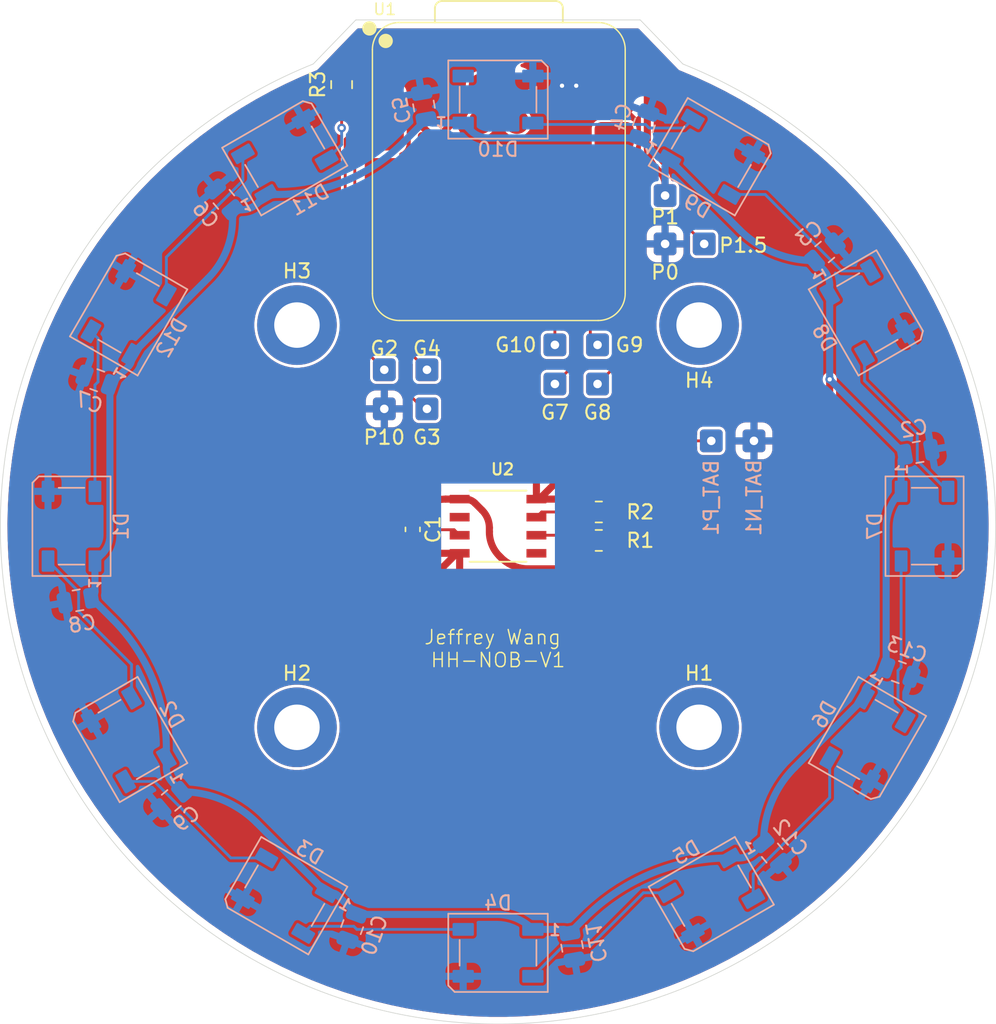
<source format=kicad_pcb>
(kicad_pcb (version 20240108) (generator "pcbnew") (generator_version "8.0")
  (layers (0 "F.Cu" signal) (31 "B.Cu" signal) (34 "B.Paste" user) (35 "F.Paste" user) (36 "B.SilkS" user "B.Silkscreen") (37 "F.SilkS" user "F.Silkscreen") (38 "B.Mask" user) (39 "F.Mask" user) (44 "Edge.Cuts" user))
  (net 0 "")
  (net 1 "Net-(D1-DOUT)")
  (net 2 "LED")
  (net 3 "Net-(D2-DOUT)")
  (net 4 "Net-(D3-DOUT)")
  (net 5 "Net-(D4-DOUT)")
  (net 6 "Net-(D5-DOUT)")
  (net 7 "Net-(D6-DOUT)")
  (net 8 "Net-(D7-DOUT)")
  (net 9 "Net-(D8-DOUT)")
  (net 10 "Net-(D10-DIN)")
  (net 11 "Net-(D11-DOUT)")
  (net 12 "AS5600_SCL")
  (net 13 "AS5600_SDA")
  (net 15 "AS5600_ANALOG")
  (net 17 "+3.3V")
  (net 23 "Net-(D1-DIN)")
  (net 25 "Net-(BAT_P1-Pin_1)")
  (net 26 "Net-(G2-Pin_1)")
  (net 27 "Net-(G3-Pin_1)")
  (net 28 "Net-(G4-Pin_1)")
  (net 29 "Net-(G7-Pin_1)")
  (net 30 "Net-(G8-Pin_1)")
  (net 31 "Net-(G9-Pin_1)")
  (net 32 "Net-(G10-Pin_1)")
  (net 33 "Net-(U1-GPIO2_A0_D0)")
  (net 34 "LED_G")
  (net 35 "LED_P")
  (footprint "Connector_Wire:SolderWire-0.1sqmm_1x01_D0.4mm_OD1mm" (layer "F.Cu") (at 137 60 180)
    (property "Reference" "G8" (at 0 -2 180) (layer "F.SilkS"))
    (property "Value" "Conn_01x01_Pin")
    (pad "1" thru_hole roundrect (at 0 0 180) (size 1.6 1.6) (drill 0.6) (layers "*.Cu" "*.Mask") (roundrect_rratio 0.15625) (net 30 "Net-(G8-Pin_1)"))
  )
  (footprint "Connector_Wire:SolderWire-0.1sqmm_1x01_D0.4mm_OD1mm" (layer "F.Cu") (at 137 57.25)
    (property "Reference" "G9" (at 2.25 0 180) (layer "F.SilkS"))
    (property "Value" "Conn_01x01_Pin")
    (pad "1" thru_hole roundrect (at 0 0) (size 1.6 1.6) (drill 0.6) (layers "*.Cu" "*.Mask") (roundrect_rratio 0.15625) (net 31 "Net-(G9-Pin_1)"))
  )
  (footprint "Connector_Wire:SolderWire-0.1sqmm_1x01_D0.4mm_OD1mm" (layer "F.Cu") (at 141.75 50.15 180)
    (property "Reference" "P0" (at 0 -2 0) (layer "F.SilkS"))
    (property "Value" "Conn_01x01_Pin")
    (pad "1" thru_hole roundrect (at 0 0 180) (size 1.6 1.6) (drill 0.6) (layers "*.Cu" "*.Mask") (roundrect_rratio 0.15625) (net 34 "LED_G"))
  )
  (footprint "MountingHole:MountingHole_3.2mm_M3_DIN965_Pad_TopBottom" (layer "F.Cu") (at 115.857864 55.857864)
    (property "Reference" "H3" (at 0 -3.8 0) (layer "F.SilkS"))
    (property "Value" "MountingHole")
    (pad "1" thru_hole circle (at 0 0) (size 3.6 3.6) (drill 3.2) (layers "*.Cu" "*.Mask"))
    (pad "1" connect circle (at 0 0) (size 5.6 5.6) (layers "F.Cu" "F.Mask"))
    (pad "1" connect circle (at 0 0) (size 5.6 5.6) (layers "B.Cu" "B.Mask"))
  )
  (footprint "Resistor_SMD:R_0805_2012Metric" (layer "F.Cu") (at 137.0875 69 180)
    (property "Reference" "R1" (at -2.9125 -2 0) (layer "F.SilkS"))
    (property "Value" "3.9k")
    (pad "1" smd roundrect (at -0.9125 0 180) (size 1.025 1.4) (layers "F.Cu" "F.Paste" "F.Mask") (roundrect_rratio 0.243902) (net 35 "LED_P"))
    (pad "2" smd roundrect (at 0.9125 0 180) (size 1.025 1.4) (layers "F.Cu" "F.Paste" "F.Mask") (roundrect_rratio 0.243902) (net 12 "AS5600_SCL"))
  )
  (footprint "Capacitor_SMD:C_0805_2012Metric" (layer "F.Cu") (at 119 38.95 90)
    (property "Reference" "R3" (at 0 -1.68 90) (layer "F.SilkS"))
    (property "Value" "500")
    (pad "1" smd roundrect (at -0.95 0 90) (size 1 1.45) (layers "F.Cu" "F.Paste" "F.Mask") (net 2 "LED"))
    (pad "2" smd roundrect (at 0.95 0 90) (size 1 1.45) (layers "F.Cu" "F.Paste" "F.Mask") (net 33 "Net-(U1-GPIO2_A0_D0)"))
  )
  (footprint "XIAO:XIAO-ESP32C3-SMD" (layer "F.Cu") (at 130 45.08)
    (property "Reference" "U1" (at -8.835 -10.96 0) (layer "F.SilkS") (effects (font (size 0.8 0.8) (thickness 0.10668)) (justify left bottom)))
    (property "Value" "XIAO-ESP32-C3-SMD")
    (pad "1" smd roundrect (at -8 -7.58) (size 2.75 2) (layers "F.Cu" "F.Paste" "F.Mask") (net 33 "Net-(U1-GPIO2_A0_D0)"))
    (pad "2" smd roundrect (at -8 -5.04) (size 2.75 2) (layers "F.Cu" "F.Paste" "F.Mask") (net 15 "AS5600_ANALOG"))
    (pad "3" smd roundrect (at -8 -2.5) (size 2.75 2) (layers "F.Cu" "F.Paste" "F.Mask") (net 26 "Net-(G2-Pin_1)"))
    (pad "4" smd roundrect (at -8 0.04) (size 2.75 2) (layers "F.Cu" "F.Paste" "F.Mask") (net 27 "Net-(G3-Pin_1)"))
    (pad "5" smd roundrect (at -8 2.58) (size 2.75 2) (layers "F.Cu" "F.Paste" "F.Mask") (net 13 "AS5600_SDA"))
    (pad "6" smd roundrect (at -8 5.12) (size 2.75 2) (layers "F.Cu" "F.Paste" "F.Mask") (net 12 "AS5600_SCL"))
    (pad "7" smd roundrect (at -8 7.66) (size 2.75 2) (layers "F.Cu" "F.Paste" "F.Mask") (net 28 "Net-(G4-Pin_1)"))
    (pad "8" smd roundrect (at 8.165 7.66) (size 2.75 2) (layers "F.Cu" "F.Paste" "F.Mask") (net 29 "Net-(G7-Pin_1)"))
    (pad "9" smd roundrect (at 8.165 5.12) (size 2.75 2) (layers "F.Cu" "F.Paste" "F.Mask") (net 30 "Net-(G8-Pin_1)"))
    (pad "10" smd roundrect (at 8.165 2.58) (size 2.75 2) (layers "F.Cu" "F.Paste" "F.Mask") (net 31 "Net-(G9-Pin_1)"))
    (pad "11" smd roundrect (at 8.165 0.04) (size 2.75 2) (layers "F.Cu" "F.Paste" "F.Mask") (net 32 "Net-(G10-Pin_1)"))
    (pad "12" smd roundrect (at 8.165 -2.5) (size 2.75 2) (layers "F.Cu" "F.Paste" "F.Mask") (net 17 "+3.3V"))
    (pad "13" smd roundrect (at 8.165 -5.04) (size 2.75 2) (layers "F.Cu" "F.Paste" "F.Mask") (net 34 "LED_G"))
    (pad "14" smd roundrect (at 8.165 -7.58) (size 2.75 2) (layers "F.Cu" "F.Paste" "F.Mask") (net 35 "LED_P"))
    (pad "15" smd roundrect (at -4.39 -0.342 180) (size 2.5 1.1) (layers "F.Cu" "F.Paste" "F.Mask") (net 25 "Net-(BAT_P1-Pin_1)"))
    (pad "16" smd roundrect (at -4.39 -2.247 180) (size 2.5 1.1) (layers "F.Cu" "F.Paste" "F.Mask") (net 34 "LED_G"))
    (pad "17" smd circle (at -1.215 -8.592) (size 1.7 1.7) (layers "F.Cu" "F.Paste" "F.Mask"))
    (pad "18" smd circle (at 1.325 -8.592) (size 1.7 1.7) (layers "F.Cu" "F.Paste" "F.Mask"))
    (pad "19" smd circle (at -1.215 -6.052) (size 1.7 1.7) (layers "F.Cu" "F.Paste" "F.Mask"))
    (pad "20" smd circle (at 1.325 -6.052) (size 1.7 1.7) (layers "F.Cu" "F.Paste" "F.Mask") (net 34 "LED_G"))
    (pad "21" smd circle (at -1.215 -3.512) (size 1.7 1.7) (layers "F.Cu" "F.Paste" "F.Mask"))
    (pad "22" smd circle (at 1.325 -3.512) (size 1.7 1.7) (layers "F.Cu" "F.Paste" "F.Mask"))
  )
  (footprint "MountingHole:MountingHole_3.2mm_M3_DIN965_Pad_TopBottom" (layer "F.Cu") (at 115.857864 84.142136)
    (property "Reference" "H2" (at 0 -3.8 0) (layer "F.SilkS"))
    (property "Value" "MountingHole")
    (pad "1" thru_hole circle (at 0 0) (size 3.6 3.6) (drill 3.2) (layers "*.Cu" "*.Mask"))
    (pad "1" connect circle (at 0 0) (size 5.6 5.6) (layers "F.Cu" "F.Mask"))
    (pad "1" connect circle (at 0 0) (size 5.6 5.6) (layers "B.Cu" "B.Mask"))
  )
  (footprint "Library:AS5600" (layer "F.Cu") (at 130 70 -90)
    (property "Reference" "U2" (at -4 -0.3175 180) (layer "F.SilkS") (effects (font (size 0.8 0.8))))
    (property "Value" "AS5600")
    (pad "1" smd rect (at -1.905 2.7 270) (size 0.6 1.4) (layers "F.Cu" "F.Paste" "F.Mask") (net 35 "LED_P"))
    (pad "2" smd rect (at -0.635 2.7 270) (size 0.6 1.4) (layers "F.Cu" "F.Paste" "F.Mask"))
    (pad "3" smd rect (at 0.635 2.7 270) (size 0.6 1.4) (layers "F.Cu" "F.Paste" "F.Mask") (net 15 "AS5600_ANALOG"))
    (pad "4" smd rect (at 1.905 2.7 270) (size 0.6 1.4) (layers "F.Cu" "F.Paste" "F.Mask") (net 34 "LED_G"))
    (pad "5" smd rect (at 1.905 -2.7 270) (size 0.6 1.4) (layers "F.Cu" "F.Paste" "F.Mask"))
    (pad "6" smd rect (at 0.635 -2.7 270) (size 0.6 1.4) (layers "F.Cu" "F.Paste" "F.Mask") (net 13 "AS5600_SDA"))
    (pad "7" smd rect (at -0.635 -2.7 270) (size 0.6 1.4) (layers "F.Cu" "F.Paste" "F.Mask") (net 12 "AS5600_SCL"))
    (pad "8" smd rect (at -1.905 -2.7 270) (size 0.6 1.4) (layers "F.Cu" "F.Paste" "F.Mask") (net 34 "LED_G"))
  )
  (footprint "Connector_Wire:SolderWire-0.1sqmm_1x01_D0.4mm_OD1mm" (layer "F.Cu") (at 122 59)
    (property "Reference" "G2" (at 0 -1.5 180) (layer "F.SilkS"))
    (property "Value" "Conn_01x01_Pin")
    (pad "1" thru_hole roundrect (at 0 0) (size 1.6 1.6) (drill 0.6) (layers "*.Cu" "*.Mask") (roundrect_rratio 0.15625) (net 26 "Net-(G2-Pin_1)"))
  )
  (footprint "MountingHole:MountingHole_3.2mm_M3_DIN965_Pad_TopBottom" (layer "F.Cu") (at 144.142136 84.142136)
    (property "Reference" "H1" (at 0 -3.8 0) (layer "F.SilkS"))
    (property "Value" "MountingHole")
    (pad "1" thru_hole circle (at 0 0) (size 3.6 3.6) (drill 3.2) (layers "*.Cu" "*.Mask"))
    (pad "1" connect circle (at 0 0) (size 5.6 5.6) (layers "F.Cu" "F.Mask"))
    (pad "1" connect circle (at 0 0) (size 5.6 5.6) (layers "B.Cu" "B.Mask"))
  )
  (footprint "Connector_Wire:SolderWire-0.1sqmm_1x01_D0.4mm_OD1mm" (layer "F.Cu") (at 125 61.75)
    (property "Reference" "G3" (at 0 2 0) (layer "F.SilkS"))
    (property "Value" "Conn_01x01_Pin")
    (pad "1" thru_hole roundrect (at 0 0) (size 1.6 1.6) (drill 0.6) (layers "*.Cu" "*.Mask") (roundrect_rratio 0.15625) (net 27 "Net-(G3-Pin_1)"))
  )
  (footprint "Capacitor_SMD:C_0603_1608Metric" (layer "F.Cu") (at 124 70.225 -90)
    (property "Reference" "C1" (at 0 -1.43 90) (layer "F.SilkS"))
    (property "Value" "1u")
    (pad "1" smd roundrect (at -0.775 0 270) (size 0.9 0.95) (layers "F.Cu" "F.Paste" "F.Mask") (net 35 "LED_P"))
    (pad "2" smd roundrect (at 0.775 0 270) (size 0.9 0.95) (layers "F.Cu" "F.Paste" "F.Mask") (net 34 "LED_G"))
  )
  (footprint "Connector_Wire:SolderWire-0.1sqmm_1x01_D0.4mm_OD1mm" (layer "F.Cu") (at 134 60 180)
    (property "Reference" "G7" (at 0 -2 180) (layer "F.SilkS"))
    (property "Value" "Conn_01x01_Pin")
    (pad "1" thru_hole roundrect (at 0 0 180) (size 1.6 1.6) (drill 0.6) (layers "*.Cu" "*.Mask") (roundrect_rratio 0.15625) (net 29 "Net-(G7-Pin_1)"))
  )
  (footprint "Connector_Wire:SolderWire-0.1sqmm_1x01_D0.4mm_OD1mm" (layer "F.Cu") (at 144.5 50.15)
    (property "Reference" "P1.5" (at 2.75 0.1 0) (layer "F.SilkS"))
    (property "Value" "Conn_01x01_Pin")
    (pad "1" thru_hole roundrect (at 0 0) (size 1.6 1.6) (drill 0.6) (layers "*.Cu" "*.Mask") (roundrect_rratio 0.15625) (net 17 "+3.3V"))
  )
  (footprint "Connector_Wire:SolderWire-0.1sqmm_1x01_D0.4mm_OD1mm" (layer "F.Cu") (at 134 57.25)
    (property "Reference" "G10" (at -2.75 0 180) (layer "F.SilkS"))
    (property "Value" "Conn_01x01_Pin")
    (pad "1" thru_hole roundrect (at 0 0) (size 1.6 1.6) (drill 0.6) (layers "*.Cu" "*.Mask") (roundrect_rratio 0.15625) (net 32 "Net-(G10-Pin_1)"))
  )
  (footprint "Connector_Wire:SolderWire-0.1sqmm_1x01_D0.4mm_OD1mm" (layer "F.Cu") (at 122 61.75)
    (property "Reference" "P10" (at 0 2 0) (layer "F.SilkS"))
    (property "Value" "Conn_01x01_Pin")
    (pad "1" thru_hole roundrect (at 0 0) (size 1.6 1.6) (drill 0.6) (layers "*.Cu" "*.Mask") (roundrect_rratio 0.15625) (net 34 "LED_G"))
  )
  (footprint "MountingHole:MountingHole_3.2mm_M3_DIN965_Pad_TopBottom" (layer "F.Cu") (at 144.142136 55.857864)
    (property "Reference" "H4" (at 0 3.892136 0) (layer "F.SilkS"))
    (property "Value" "MountingHole")
    (pad "1" thru_hole circle (at 0 0) (size 3.6 3.6) (drill 3.2) (layers "*.Cu" "*.Mask"))
    (pad "1" connect circle (at 0 0) (size 5.6 5.6) (layers "F.Cu" "F.Mask"))
    (pad "1" connect circle (at 0 0) (size 5.6 5.6) (layers "B.Cu" "B.Mask"))
  )
  (footprint "Connector_Wire:SolderWire-0.1sqmm_1x01_D0.4mm_OD1mm" (layer "F.Cu") (at 125 59)
    (property "Reference" "G4" (at 0 -1.5 0) (layer "F.SilkS"))
    (property "Value" "Conn_01x01_Pin")
    (pad "1" thru_hole roundrect (at 0 0) (size 1.6 1.6) (drill 0.6) (layers "*.Cu" "*.Mask") (roundrect_rratio 0.15625) (net 28 "Net-(G4-Pin_1)"))
  )
  (footprint "Resistor_SMD:R_0805_2012Metric" (layer "F.Cu") (at 137.0875 71)
    (property "Reference" "R2" (at 2.9125 -2 0) (layer "F.SilkS"))
    (property "Value" "3.9k")
    (pad "1" smd roundrect (at -0.9125 0) (size 1.025 1.4) (layers "F.Cu" "F.Paste" "F.Mask") (roundrect_rratio 0.243902) (net 13 "AS5600_SDA"))
    (pad "2" smd roundrect (at 0.9125 0) (size 1.025 1.4) (layers "F.Cu" "F.Paste" "F.Mask") (roundrect_rratio 0.243902) (net 35 "LED_P"))
  )
  (footprint "Connector_Wire:SolderWire-0.1sqmm_1x01_D0.4mm_OD1mm" (layer "F.Cu") (at 141.75 46.75 180)
    (property "Reference" "P1" (at 0 -1.5 0) (layer "F.SilkS"))
    (property "Value" "Conn_01x01_Pin")
    (pad "1" thru_hole roundrect (at 0 0 180) (size 1.6 1.6) (drill 0.6) (layers "*.Cu" "*.Mask") (roundrect_rratio 0.15625) (net 35 "LED_P"))
  )
  (footprint "Capacitor_SMD:C_0805_2012Metric" (layer "B.Cu") (at 158.190779 80.260604 160)
    (property "Reference" "C13" (at 0 1.68 160) (layer "B.SilkS") (effects (justify mirror)))
    (property "Value" "0.1uF")
    (pad "1" smd roundrect (at -0.95 0 160) (size 1 1.45) (layers "B.Cu" "B.Paste" "B.Mask") (net 34 "LED_G"))
    (pad "2" smd roundrect (at 0.95 0 160) (size 1 1.45) (layers "B.Cu" "B.Paste" "B.Mask") (net 35 "LED_P"))
  )
  (footprint "Capacitor_SMD:C_0805_2012Metric" (layer "B.Cu") (at 135.209445 99.544233 100)
    (property "Reference" "C11" (at 0 1.68 100) (layer "B.SilkS") (effects (justify mirror)))
    (property "Value" "0.1uF")
    (pad "1" smd roundrect (at -0.95 0 100) (size 1 1.45) (layers "B.Cu" "B.Paste" "B.Mask") (net 34 "LED_G"))
    (pad "2" smd roundrect (at 0.95 0 100) (size 1 1.45) (layers "B.Cu" "B.Paste" "B.Mask") (net 35 "LED_P"))
  )
  (footprint "Capacitor_SMD:C_0805_2012Metric" (layer "B.Cu") (at 159.544233 64.790555 -170)
    (property "Reference" "C2" (at 0 1.68 10) (layer "B.SilkS") (effects (justify mirror)))
    (property "Value" "0.1uF")
    (pad "1" smd roundrect (at -0.95 0 190) (size 1 1.45) (layers "B.Cu" "B.Paste" "B.Mask") (net 34 "LED_G"))
    (pad "2" smd roundrect (at 0.95 0 190) (size 1 1.45) (layers "B.Cu" "B.Paste" "B.Mask") (net 35 "LED_P"))
  )
  (footprint "LED_SMD:LED_WS2812B_PLCC4_5.0x5.0mm_P3.2mm" (layer "B.Cu") (at 145 95.980762 -150)
    (property "Reference" "D5" (at 0 3.5 30) (layer "B.SilkS") (effects (justify mirror)))
    (property "Value" "WS2812B")
    (fp_text user "1" (at -4.000001 1.6 30) (layer "B.SilkS") (effects (font (size 0.8 0.8)) (justify mirror)))
    (pad "1" smd roundrect (at -2.45 1.65 210) (size 1.5 0.9) (layers "B.Cu" "B.Paste" "B.Mask") (roundrect_rratio 0.1) (net 35 "LED_P"))
    (pad "2" smd roundrect (at -2.45 -1.65 210) (size 1.5 0.9) (layers "B.Cu" "B.Paste" "B.Mask") (roundrect_rratio 0.1) (net 6 "Net-(D5-DOUT)"))
    (pad "3" smd roundrect (at 2.45 -1.65 210) (size 1.5 0.9) (layers "B.Cu" "B.Paste" "B.Mask") (roundrect_rratio 0.1) (net 34 "LED_G"))
    (pad "4" smd roundrect (at 2.45 1.65 210) (size 1.5 0.9) (layers "B.Cu" "B.Paste" "B.Mask") (roundrect_rratio 0.1) (net 5 "Net-(D4-DOUT)"))
  )
  (footprint "LED_SMD:LED_WS2812B_PLCC4_5.0x5.0mm_P3.2mm" (layer "B.Cu") (at 160 70 -90)
    (property "Reference" "D7" (at 0 3.5 90) (layer "B.SilkS") (effects (justify mirror)))
    (property "Value" "WS2812B")
    (fp_text user "1" (at -4 1.6 90) (layer "B.SilkS") (effects (font (size 0.8 0.8)) (justify mirror)))
    (pad "1" smd roundrect (at -2.45 1.65 270) (size 1.5 0.9) (layers "B.Cu" "B.Paste" "B.Mask") (roundrect_rratio 0.1) (net 35 "LED_P"))
    (pad "2" smd roundrect (at -2.45 -1.65 270) (size 1.5 0.9) (layers "B.Cu" "B.Paste" "B.Mask") (roundrect_rratio 0.1) (net 8 "Net-(D7-DOUT)"))
    (pad "3" smd roundrect (at 2.45 -1.65 270) (size 1.5 0.9) (layers "B.Cu" "B.Paste" "B.Mask") (roundrect_rratio 0.1) (net 34 "LED_G"))
    (pad "4" smd roundrect (at 2.45 1.65 270) (size 1.5 0.9) (layers "B.Cu" "B.Paste" "B.Mask") (roundrect_rratio 0.1) (net 7 "Net-(D6-DOUT)"))
  )
  (footprint "LED_SMD:LED_WS2812B_PLCC4_5.0x5.0mm_P3.2mm" (layer "B.Cu") (at 115 95.980762 150)
    (property "Reference" "D3" (at 0 3.5 150) (layer "B.SilkS") (effects (justify mirror)))
    (property "Value" "WS2812B")
    (fp_text user "1" (at -4 1.6 -30) (layer "B.SilkS") (effects (font (size 0.8 0.8)) (justify mirror)))
    (pad "1" smd roundrect (at -2.45 1.65 150) (size 1.5 0.9) (layers "B.Cu" "B.Paste" "B.Mask") (roundrect_rratio 0.1) (net 35 "LED_P"))
    (pad "2" smd roundrect (at -2.45 -1.65 150) (size 1.5 0.9) (layers "B.Cu" "B.Paste" "B.Mask") (roundrect_rratio 0.1) (net 4 "Net-(D3-DOUT)"))
    (pad "3" smd roundrect (at 2.45 -1.65 150) (size 1.5 0.9) (layers "B.Cu" "B.Paste" "B.Mask") (roundrect_rratio 0.1) (net 34 "LED_G"))
    (pad "4" smd roundrect (at 2.45 1.65 150) (size 1.5 0.9) (layers "B.Cu" "B.Paste" "B.Mask") (roundrect_rratio 0.1) (net 3 "Net-(D2-DOUT)"))
  )
  (footprint "LED_SMD:LED_WS2812B_PLCC4_5.0x5.0mm_P3.2mm" (layer "B.Cu") (at 130 40)
    (property "Reference" "D10" (at 0 3.5 0) (layer "B.SilkS") (effects (justify mirror)))
    (property "Value" "WS2812B")
    (fp_text user "1" (at -4 1.6 180) (layer "B.SilkS") (effects (font (size 0.8 0.8)) (justify mirror)))
    (pad "1" smd roundrect (at -2.45 1.65) (size 1.5 0.9) (layers "B.Cu" "B.Paste" "B.Mask") (roundrect_rratio 0.1) (net 35 "LED_P"))
    (pad "2" smd roundrect (at -2.45 -1.65) (size 1.5 0.9) (layers "B.Cu" "B.Paste" "B.Mask") (roundrect_rratio 0.1))
    (pad "3" smd roundrect (at 2.45 -1.65) (size 1.5 0.9) (layers "B.Cu" "B.Paste" "B.Mask") (roundrect_rratio 0.1) (net 34 "LED_G"))
    (pad "4" smd roundrect (at 2.45 1.65) (size 1.5 0.9) (layers "B.Cu" "B.Paste" "B.Mask") (roundrect_rratio 0.1) (net 10 "Net-(D10-DIN)"))
  )
  (footprint "LED_SMD:LED_WS2812B_PLCC4_5.0x5.0mm_P3.2mm" (layer "B.Cu") (at 130 100 180)
    (property "Reference" "D4" (at 0 3.5 0) (layer "B.SilkS") (effects (justify mirror)))
    (property "Value" "WS2812B")
    (fp_text user "1" (at -4 1.6 0) (layer "B.SilkS") (effects (font (size 0.8 0.8)) (justify mirror)))
    (pad "1" smd roundrect (at -2.45 1.65 180) (size 1.5 0.9) (layers "B.Cu" "B.Paste" "B.Mask") (roundrect_rratio 0.1) (net 35 "LED_P"))
    (pad "2" smd roundrect (at -2.45 -1.65 180) (size 1.5 0.9) (layers "B.Cu" "B.Paste" "B.Mask") (roundrect_rratio 0.1) (net 5 "Net-(D4-DOUT)"))
    (pad "3" smd roundrect (at 2.45 -1.65 180) (size 1.5 0.9) (layers "B.Cu" "B.Paste" "B.Mask") (roundrect_rratio 0.1) (net 34 "LED_G"))
    (pad "4" smd roundrect (at 2.45 1.65 180) (size 1.5 0.9) (layers "B.Cu" "B.Paste" "B.Mask") (roundrect_rratio 0.1) (net 4 "Net-(D3-DOUT)"))
  )
  (footprint "Capacitor_SMD:C_0805_2012Metric" (layer "B.Cu") (at 100.455767 75.209445 10)
    (property "Reference" "C8" (at 0 1.68 10) (layer "B.SilkS") (effects (justify mirror)))
    (property "Value" "0.1uF")
    (pad "1" smd roundrect (at -0.95 0 10) (size 1 1.45) (layers "B.Cu" "B.Paste" "B.Mask") (net 34 "LED_G"))
    (pad "2" smd roundrect (at 0.95 0 10) (size 1 1.45) (layers "B.Cu" "B.Paste" "B.Mask") (net 35 "LED_P"))
  )
  (footprint "Capacitor_SMD:C_0805_2012Metric" (layer "B.Cu") (at 152.981333 50.716372 -140)
    (property "Reference" "C3" (at 0 1.68 40) (layer "B.SilkS") (effects (justify mirror)))
    (property "Value" "0.1uF")
    (pad "1" smd roundrect (at -0.95 0 220) (size 1 1.45) (layers "B.Cu" "B.Paste" "B.Mask") (net 34 "LED_G"))
    (pad "2" smd roundrect (at 0.95 0 220) (size 1 1.45) (layers "B.Cu" "B.Paste" "B.Mask") (net 35 "LED_P"))
  )
  (footprint "Connector_Wire:SolderWire-0.1sqmm_1x01_D0.4mm_OD1mm" (layer "B.Cu") (at 145 64)
    (property "Reference" "BAT_P1" (at 0 4 90) (layer "B.SilkS") (effects (justify mirror)))
    (property "Value" "Conn_01x01_Pin")
    (pad "1" thru_hole roundrect (at 0 0) (size 1.6 1.6) (drill 0.6) (layers "*.Cu" "*.Mask") (roundrect_rratio 0.15625) (net 25 "Net-(BAT_P1-Pin_1)"))
  )
  (footprint "Connector_Wire:SolderWire-0.1sqmm_1x01_D0.4mm_OD1mm" (layer "B.Cu") (at 148 64)
    (property "Reference" "BAT_N1" (at 0 4 90) (layer "B.SilkS") (effects (justify mirror)))
    (property "Value" "Conn_01x01_Pin")
    (pad "1" thru_hole roundrect (at 0 0) (size 1.6 1.6) (drill 0.6) (layers "*.Cu" "*.Mask") (roundrect_rratio 0.15625) (net 34 "LED_G"))
  )
  (footprint "LED_SMD:LED_WS2812B_PLCC4_5.0x5.0mm_P3.2mm" (layer "B.Cu") (at 155.980762 55 -60)
    (property "Reference" "D8" (at 0 3.5 120) (layer "B.SilkS") (effects (justify mirror)))
    (property "Value" "WS2812B")
    (fp_text user "1" (at -4.000001 1.6 120) (layer "B.SilkS") (effects (font (size 0.8 0.8)) (justify mirror)))
    (pad "1" smd roundrect (at -2.45 1.65 300) (size 1.5 0.9) (layers "B.Cu" "B.Paste" "B.Mask") (roundrect_rratio 0.1) (net 35 "LED_P"))
    (pad "2" smd roundrect (at -2.45 -1.65 300) (size 1.5 0.9) (layers "B.Cu" "B.Paste" "B.Mask") (roundrect_rratio 0.1) (net 9 "Net-(D8-DOUT)"))
    (pad "3" smd roundrect (at 2.45 -1.65 300) (size 1.5 0.9) (layers "B.Cu" "B.Paste" "B.Mask") (roundrect_rratio 0.1) (net 34 "LED_G"))
    (pad "4" smd roundrect (at 2.45 1.65 300) (size 1.5 0.9) (layers "B.Cu" "B.Paste" "B.Mask") (roundrect_rratio 0.1) (net 8 "Net-(D7-DOUT)"))
  )
  (footprint "Capacitor_SMD:C_0805_2012Metric" (layer "B.Cu") (at 119.739396 98.190779 70)
    (property "Reference" "C10" (at 0 1.68 70) (layer "B.SilkS") (effects (justify mirror)))
    (property "Value" "0.1uF")
    (pad "1" smd roundrect (at -0.95 0 70) (size 1 1.45) (layers "B.Cu" "B.Paste" "B.Mask") (net 34 "LED_G"))
    (pad "2" smd roundrect (at 0.95 0 70) (size 1 1.45) (layers "B.Cu" "B.Paste" "B.Mask") (net 35 "LED_P"))
  )
  (footprint "LED_SMD:LED_WS2812B_PLCC4_5.0x5.0mm_P3.2mm" (layer "B.Cu") (at 104.019238 85 120)
    (property "Reference" "D2" (at 0 3.5 120) (layer "B.SilkS") (effects (justify mirror)))
    (property "Value" "WS2812B")
    (fp_text user "1" (at -4.000001 1.6 -60) (layer "B.SilkS") (effects (font (size 0.8 0.8)) (justify mirror)))
    (pad "1" smd roundrect (at -2.45 1.65 120) (size 1.5 0.9) (layers "B.Cu" "B.Paste" "B.Mask") (roundrect_rratio 0.1) (net 35 "LED_P"))
    (pad "2" smd roundrect (at -2.45 -1.65 120) (size 1.5 0.9) (layers "B.Cu" "B.Paste" "B.Mask") (roundrect_rratio 0.1) (net 3 "Net-(D2-DOUT)"))
    (pad "3" smd roundrect (at 2.45 -1.65 120) (size 1.5 0.9) (layers "B.Cu" "B.Paste" "B.Mask") (roundrect_rratio 0.1) (net 34 "LED_G"))
    (pad "4" smd roundrect (at 2.45 1.65 120) (size 1.5 0.9) (layers "B.Cu" "B.Paste" "B.Mask") (roundrect_rratio 0.1) (net 1 "Net-(D1-DOUT)"))
  )
  (footprint "LED_SMD:LED_WS2812B_PLCC4_5.0x5.0mm_P3.2mm" (layer "B.Cu") (at 155.980762 85 -120)
    (property "Reference" "D6" (at 0 3.5 60) (layer "B.SilkS") (effects (justify mirror)))
    (property "Value" "WS2812B")
    (fp_text user "1" (at -4 1.6 60) (layer "B.SilkS") (effects (font (size 0.8 0.8)) (justify mirror)))
    (pad "1" smd roundrect (at -2.45 1.65 240) (size 1.5 0.9) (layers "B.Cu" "B.Paste" "B.Mask") (roundrect_rratio 0.1) (net 35 "LED_P"))
    (pad "2" smd roundrect (at -2.45 -1.65 240) (size 1.5 0.9) (layers "B.Cu" "B.Paste" "B.Mask") (roundrect_rratio 0.1) (net 7 "Net-(D6-DOUT)"))
    (pad "3" smd roundrect (at 2.45 -1.65 240) (size 1.5 0.9) (layers "B.Cu" "B.Paste" "B.Mask") (roundrect_rratio 0.1) (net 34 "LED_G"))
    (pad "4" smd roundrect (at 2.45 1.65 240) (size 1.5 0.9) (layers "B.Cu" "B.Paste" "B.Mask") (roundrect_rratio 0.1) (net 6 "Net-(D5-DOUT)"))
  )
  (footprint "LED_SMD:LED_WS2812B_PLCC4_5.0x5.0mm_P3.2mm" (layer "B.Cu") (at 145 44.019238 -30)
    (property "Reference" "D9" (at 0.874356 3.514428 150) (layer "B.SilkS") (effects (justify mirror)))
    (property "Value" "WS2812B")
    (fp_text user "1" (at -4 1.6 150) (layer "B.SilkS") (effects (font (size 0.8 0.8)) (justify mirror)))
    (pad "1" smd roundrect (at -2.45 1.65 330) (size 1.5 0.9) (layers "B.Cu" "B.Paste" "B.Mask") (roundrect_rratio 0.1) (net 35 "LED_P"))
    (pad "2" smd roundrect (at -2.45 -1.65 330) (size 1.5 0.9) (layers "B.Cu" "B.Paste" "B.Mask") (roundrect_rratio 0.1) (net 10 "Net-(D10-DIN)"))
    (pad "3" smd roundrect (at 2.45 -1.65 330) (size 1.5 0.9) (layers "B.Cu" "B.Paste" "B.Mask") (roundrect_rratio 0.1) (net 34 "LED_G"))
    (pad "4" smd roundrect (at 2.45 1.65 330) (size 1.5 0.9) (layers "B.Cu" "B.Paste" "B.Mask") (roundrect_rratio 0.1) (net 9 "Net-(D8-DOUT)"))
  )
  (footprint "Capacitor_SMD:C_0805_2012Metric" (layer "B.Cu") (at 107.018667 89.283628 40)
    (property "Reference" "C9" (at 0 1.68 40) (layer "B.SilkS") (effects (justify mirror)))
    (property "Value" "0.1uF")
    (pad "1" smd roundrect (at -0.95 0 40) (size 1 1.45) (layers "B.Cu" "B.Paste" "B.Mask") (net 34 "LED_G"))
    (pad "2" smd roundrect (at 0.95 0 40) (size 1 1.45) (layers "B.Cu" "B.Paste" "B.Mask") (net 35 "LED_P"))
  )
  (footprint "LED_SMD:LED_WS2812B_PLCC4_5.0x5.0mm_P3.2mm" (layer "B.Cu") (at 100 70 90)
    (property "Reference" "D1" (at 0 3.5 90) (layer "B.SilkS") (effects (justify mirror)))
    (property "Value" "WS2812B")
    (fp_text user "1" (at -4 1.6 -90) (layer "B.SilkS") (effects (font (size 0.8 0.8)) (justify mirror)))
    (pad "1" smd roundrect (at -2.45 1.65 90) (size 1.5 0.9) (layers "B.Cu" "B.Paste" "B.Mask") (roundrect_rratio 0.1) (net 35 "LED_P"))
    (pad "2" smd roundrect (at -2.45 -1.65 90) (size 1.5 0.9) (layers "B.Cu" "B.Paste" "B.Mask") (roundrect_rratio 0.1) (net 1 "Net-(D1-DOUT)"))
    (pad "3" smd roundrect (at 2.45 -1.65 90) (size 1.5 0.9) (layers "B.Cu" "B.Paste" "B.Mask") (roundrect_rratio 0.1) (net 34 "LED_G"))
    (pad "4" smd roundrect (at 2.45 1.65 90) (size 1.5 0.9) (layers "B.Cu" "B.Paste" "B.Mask") (roundrect_rratio 0.1) (net 23 "Net-(D1-DIN)"))
  )
  (footprint "Capacitor_SMD:C_0805_2012Metric" (layer "B.Cu") (at 140.260604 41.809221 -110)
    (property "Reference" "C4" (at 0 1.68 70) (layer "B.SilkS") (effects (justify mirror)))
    (property "Value" "0.1uF")
    (pad "1" smd roundrect (at -0.95 0 250) (size 1 1.45) (layers "B.Cu" "B.Paste" "B.Mask") (net 34 "LED_G"))
    (pad "2" smd roundrect (at 0.95 0 250) (size 1 1.45) (layers "B.Cu" "B.Paste" "B.Mask") (net 35 "LED_P"))
  )
  (footprint "Capacitor_SMD:C_0805_2012Metric" (layer "B.Cu") (at 149.283628 92.981333 130)
    (property "Reference" "C12" (at 0 1.68 130) (layer "B.SilkS") (effects (justify mirror)))
    (property "Value" "0.1uF")
    (pad "1" smd roundrect (at -0.95 0 130) (size 1 1.45) (layers "B.Cu" "B.Paste" "B.Mask") (net 34 "LED_G"))
    (pad "2" smd roundrect (at 0.95 0 130) (size 1 1.45) (layers "B.Cu" "B.Paste" "B.Mask") (net 35 "LED_P"))
  )
  (footprint "Capacitor_SMD:C_0805_2012Metric" (layer "B.Cu") (at 124.790555 40.455767 -80)
    (property "Reference" "C5" (at 0 1.68 100) (layer "B.SilkS") (effects (justify mirror)))
    (property "Value" "0.1uF")
    (pad "1" smd roundrect (at -0.95 0 280) (size 1 1.45) (layers "B.Cu" "B.Paste" "B.Mask") (net 34 "LED_G"))
    (pad "2" smd roundrect (at 0.95 0 280) (size 1 1.45) (layers "B.Cu" "B.Paste" "B.Mask") (net 35 "LED_P"))
  )
  (footprint "LED_SMD:LED_WS2812B_PLCC4_5.0x5.0mm_P3.2mm" (layer "B.Cu") (at 104.019238 55 60)
    (property "Reference" "D12" (at 0 3.5 60) (layer "B.SilkS") (effects (justify mirror)))
    (property "Value" "WS2812B")
    (fp_text user "1" (at -4 1.6 -120) (layer "B.SilkS") (effects (font (size 0.8 0.8)) (justify mirror)))
    (pad "1" smd roundrect (at -2.45 1.65 60) (size 1.5 0.9) (layers "B.Cu" "B.Paste" "B.Mask") (roundrect_rratio 0.1) (net 35 "LED_P"))
    (pad "2" smd roundrect (at -2.45 -1.65 60) (size 1.5 0.9) (layers "B.Cu" "B.Paste" "B.Mask") (roundrect_rratio 0.1) (net 23 "Net-(D1-DIN)"))
    (pad "3" smd roundrect (at 2.45 -1.65 60) (size 1.5 0.9) (layers "B.Cu" "B.Paste" "B.Mask") (roundrect_rratio 0.1) (net 34 "LED_G"))
    (pad "4" smd roundrect (at 2.45 1.65 60) (size 1.5 0.9) (layers "B.Cu" "B.Paste" "B.Mask") (roundrect_rratio 0.1) (net 11 "Net-(D11-DOUT)"))
  )
  (footprint "Capacitor_SMD:C_0805_2012Metric" (layer "B.Cu") (at 110.716372 47.018667 -50)
    (property "Reference" "C6" (at 0 1.68 130) (layer "B.SilkS") (effects (justify mirror)))
    (property "Value" "0.1uF")
    (pad "1" smd roundrect (at -0.95 0 310) (size 1 1.45) (layers "B.Cu" "B.Paste" "B.Mask") (net 34 "LED_G"))
    (pad "2" smd roundrect (at 0.95 0 310) (size 1 1.45) (layers "B.Cu" "B.Paste" "B.Mask") (net 35 "LED_P"))
  )
  (footprint "LED_SMD:LED_WS2812B_PLCC4_5.0x5.0mm_P3.2mm" (layer "B.Cu") (at 115 44.019238 30)
    (property "Reference" "D11" (at 0 3.5 30) (layer "B.SilkS") (effects (justify mirror)))
    (property "Value" "WS2812B")
    (fp_text user "1" (at -4.000001 1.6 -150) (layer "B.SilkS") (effects (font (size 0.8 0.8)) (justify mirror)))
    (pad "1" smd roundrect (at -2.45 1.65 30) (size 1.5 0.9) (layers "B.Cu" "B.Paste" "B.Mask") (roundrect_rratio 0.1) (net 35 "LED_P"))
    (pad "2" smd roundrect (at -2.45 -1.65 30) (size 1.5 0.9) (layers "B.Cu" "B.Paste" "B.Mask") (roundrect_rratio 0.1) (net 11 "Net-(D11-DOUT)"))
    (pad "3" smd roundrect (at 2.45 -1.65 30) (size 1.5 0.9) (layers "B.Cu" "B.Paste" "B.Mask") (roundrect_rratio 0.1) (net 34 "LED_G"))
    (pad "4" smd roundrect (at 2.45 1.65 30) (size 1.5 0.9) (layers "B.Cu" "B.Paste" "B.Mask") (roundrect_rratio 0.1) (net 2 "LED"))
  )
  (footprint "Capacitor_SMD:C_0805_2012Metric" (layer "B.Cu") (at 101.809221 59.739396 -20)
    (property "Reference" "C7" (at 0 1.68 160) (layer "B.SilkS") (effects (justify mirror)))
    (property "Value" "0.1uF")
    (pad "1" smd roundrect (at -0.95 0 340) (size 1 1.45) (layers "B.Cu" "B.Paste" "B.Mask") (net 34 "LED_G"))
    (pad "2" smd roundrect (at 0.95 0 340) (size 1 1.45) (layers "B.Cu" "B.Paste" "B.Mask") (net 35 "LED_P"))
  )
  (gr_arc (start 143 37.5) (mid 130 105.003571) (end 117 37.5) (stroke (width 0.05)) (layer "Edge.Cuts"))
  (gr_line (start 120 34.4) (end 140 34.4) (stroke (width 0.05)) (layer "Edge.Cuts"))
  (gr_line (start 117 37.5) (end 120 34.4) (stroke (width 0.05)) (layer "Edge.Cuts"))
  (gr_line (start 140 34.4) (end 143 37.5) (stroke (width 0.05)) (layer "Edge.Cuts"))
  (gr_text "Jeffrey Wang \nHH-NOB-V1" (at 130 80 0) (layer "F.SilkS") (effects (font (size 1 1) (thickness 0.1)) (justify bottom)))
  (segment (start 100.5 74.6) (end 100.5 76) (width 0.2) (layer "B.Cu") (net 1))
  (segment (start 98.35 72.45) (end 100.5 74.6) (width 0.2) (layer "B.Cu") (net 1))
  (segment (start 104.22318 79.72318) (end 104.22318 82.053238) (width 0.2) (layer "B.Cu") (net 1))
  (segment (start 100.5 76) (end 104.22318 79.72318) (width 0.2) (layer "B.Cu") (net 1))
  (segment (start 119 39.9) (end 119 42) (width 0.2) (layer "F.Cu") (net 2))
  (via (at 119 42) (size 0.6) (drill 0.3) (layers "F.Cu" "B.Cu") (net 2))
  (segment (start 117.946762 44.22318) (end 119 43.169942) (width 0.2) (layer "B.Cu") (net 2))
  (segment (start 119 43.169942) (end 119 42) (width 0.2) (layer "B.Cu") (net 2))
  (segment (start 103.815296 87.946762) (end 105.829928 87.946762) (width 0.2) (layer "B.Cu") (net 3))
  (segment (start 111.209986 93.32682) (end 113.703238 93.32682) (width 0.2) (layer "B.Cu") (net 3))
  (segment (start 105.829928 87.946762) (end 111.209986 93.32682) (width 0.2) (layer "B.Cu") (net 3))
  (segment (start 119.851163 98.131449) (end 120.069714 98.35) (width 0.2) (layer "B.Cu") (net 4))
  (segment (start 116.800017 98.131449) (end 119.851163 98.131449) (width 0.2) (layer "B.Cu") (net 4))
  (segment (start 120.069714 98.35) (end 127.55 98.35) (width 0.2) (layer "B.Cu") (net 4))
  (segment (start 116.296762 98.634704) (end 116.800017 98.131449) (width 0.2) (layer "B.Cu") (net 4))
  (segment (start 132.45 101.65) (end 134.6 99.5) (width 0.2) (layer "B.Cu") (net 5))
  (segment (start 140.22318 95.77682) (end 142.053238 95.77682) (width 0.2) (layer "B.Cu") (net 5))
  (segment (start 136.5 99.5) (end 140.22318 95.77682) (width 0.2) (layer "B.Cu") (net 5))
  (segment (start 134.6 99.5) (end 136.5 99.5) (width 0.2) (layer "B.Cu") (net 5))
  (segment (start 147.946762 94.466326) (end 153.32682 89.086268) (width 0.2) (layer "B.Cu") (net 6))
  (segment (start 153.32682 89.086268) (end 153.32682 86.296762) (width 0.2) (layer "B.Cu") (net 6))
  (segment (start 147.946762 96.184704) (end 147.946762 94.466326) (width 0.2) (layer "B.Cu") (net 6))
  (segment (start 158.634704 82.814952) (end 158.131449 82.311697) (width 0.2) (layer "B.Cu") (net 7))
  (segment (start 158.35 79.930286) (end 158.35 72.45) (width 0.2) (layer "B.Cu") (net 7))
  (segment (start 158.131449 82.311697) (end 158.131449 80.148837) (width 0.2) (layer "B.Cu") (net 7))
  (segment (start 158.634704 83.703238) (end 158.634704 82.814952) (width 0.2) (layer "B.Cu") (net 7))
  (segment (start 158.131449 80.148837) (end 158.35 79.930286) (width 0.2) (layer "B.Cu") (net 7))
  (segment (start 159.487829 65.387829) (end 159.487829 63.487829) (width 0.2) (layer "B.Cu") (net 8))
  (segment (start 155.77682 59.77682) (end 155.77682 57.946762) (width 0.2) (layer "B.Cu") (net 8))
  (segment (start 159.487829 63.487829) (end 155.77682 59.77682) (width 0.2) (layer "B.Cu") (net 8))
  (segment (start 161.65 67.55) (end 159.487829 65.387829) (width 0.2) (layer "B.Cu") (net 8))
  (segment (start 148.790014 46.67318) (end 146.296762 46.67318) (width 0.2) (layer "B.Cu") (net 9))
  (segment (start 154.170072 52.053238) (end 148.790014 46.67318) (width 0.2) (layer "B.Cu") (net 9))
  (segment (start 156.184704 52.053238) (end 154.170072 52.053238) (width 0.2) (layer "B.Cu") (net 9))
  (segment (start 143.703238 41.365296) (end 143.068534 42) (width 0.2) (layer "B.Cu") (net 10))
  (segment (start 132.549891 41.749891) (end 132.45 41.65) (width 0.2) (layer "B.Cu") (net 10))
  (segment (start 140.62248 42) (end 140.372371 41.749891) (width 0.2) (layer "B.Cu") (net 10))
  (segment (start 140.372371 41.749891) (end 132.549891 41.749891) (width 0.2) (layer "B.Cu") (net 10))
  (segment (start 143.068534 42) (end 140.62248 42) (width 0.2) (layer "B.Cu") (net 10))
  (segment (start 112.053238 43.815296) (end 112.053238 45.696762) (width 0.2) (layer "B.Cu") (net 11))
  (segment (start 112.053238 45.696762) (end 106.67318 51.07682) (width 0.2) (layer "B.Cu") (net 11))
  (segment (start 106.67318 51.07682) (end 106.67318 53.703238) (width 0.2) (layer "B.Cu") (net 11))
  (segment (start 136.175 69) (end 136.175 67.740686) (width 0.2) (layer "F.Cu") (net 12))
  (segment (start 136.175 67.740686) (end 123.675 55.240686) (width 0.2) (layer "F.Cu") (net 12))
  (segment (start 133.065 69) (end 132.7 69.365) (width 0.2) (layer "F.Cu") (net 12))
  (segment (start 136.175 69) (end 133.065 69) (width 0.2) (layer "F.Cu") (net 12))
  (segment (start 123.675 55.240686) (end 123.675 51.875) (width 0.2) (layer "F.Cu") (net 12))
  (segment (start 123.675 51.875) (end 122 50.2) (width 0.2) (layer "F.Cu") (net 12))
  (segment (start 132.7 70.635) (end 135.81 70.635) (width 0.2) (layer "F.Cu") (net 13))
  (segment (start 136.9875 70.1875) (end 136.175 71) (width 0.2) (layer "F.Cu") (net 13))
  (segment (start 136.9875 66.9875) (end 136.9875 70.1875) (width 0.2) (layer "F.Cu") (net 13))
  (segment (start 122 47.66) (end 125.21 50.87) (width 0.2) (layer "F.Cu") (net 13))
  (segment (start 125.21 50.87) (end 125.21 55.21) (width 0.2) (layer "F.Cu") (net 13))
  (segment (start 135.81 70.635) (end 136.175 71) (width 0.2) (layer "F.Cu") (net 13))
  (segment (start 125.21 55.21) (end 136.9875 66.9875) (width 0.2) (layer "F.Cu") (net 13))
  (segment (start 119.25 66.25) (end 123.25 70.25) (width 0.2) (layer "F.Cu") (net 15))
  (segment (start 126.915 70.25) (end 127.3 70.635) (width 0.2) (layer "F.Cu") (net 15))
  (segment (start 119.25 42.79) (end 119.25 66.25) (width 0.2) (layer "F.Cu") (net 15))
  (segment (start 122 40.04) (end 119.25 42.79) (width 0.2) (layer "F.Cu") (net 15))
  (segment (start 123.25 70.25) (end 126.915 70.25) (width 0.2) (layer "F.Cu") (net 15))
  (segment (start 142.35 48) (end 144.5 50.15) (width 0.2) (layer "F.Cu") (net 17))
  (segment (start 139.84 46.84) (end 141 48) (width 0.2) (layer "F.Cu") (net 17))
  (segment (start 139.84 44.255) (end 139.84 46.84) (width 0.2) (layer "F.Cu") (net 17))
  (segment (start 141 48) (end 142.35 48) (width 0.2) (layer "F.Cu") (net 17))
  (segment (start 138.165 42.58) (end 139.84 44.255) (width 0.2) (layer "F.Cu") (net 17))
  (segment (start 101.365296 56.296762) (end 101.868551 56.800017) (width 0.2) (layer "B.Cu") (net 23))
  (segment (start 101.868551 59.851163) (end 101.65 60.069714) (width 0.2) (layer "B.Cu") (net 23))
  (segment (start 101.868551 56.800017) (end 101.868551 59.851163) (width 0.2) (layer "B.Cu") (net 23))
  (segment (start 101.65 60.069714) (end 101.65 67.55) (width 0.2) (layer "B.Cu") (net 23))
  (segment (start 135.057628 64) (end 145 64) (width 0.2) (layer "F.Cu") (net 25))
  (segment (start 125.61 44.738) (end 125.61 48.61) (width 0.2) (layer "F.Cu") (net 25))
  (segment (start 131 59.942372) (end 135.057628 64) (width 0.2) (layer "F.Cu") (net 25))
  (segment (start 125.61 48.61) (end 131 54) (width 0.2) (layer "F.Cu") (net 25))
  (segment (start 131 54) (end 131 59.942372) (width 0.2) (layer "F.Cu") (net 25))
  (segment (start 119.925 56.925) (end 119.925 44.655) (width 0.2) (layer "F.Cu") (net 26))
  (segment (start 122 59) (end 119.925 56.925) (width 0.2) (layer "F.Cu") (net 26))
  (segment (start 119.925 44.655) (end 122 42.58) (width 0.2) (layer "F.Cu") (net 26))
  (segment (start 120.325 46.795) (end 120.325 55.075) (width 0.2) (layer "F.Cu") (net 27))
  (segment (start 123.9 60.9) (end 125 62) (width 0.2) (layer "F.Cu") (net 27))
  (segment (start 122 45.12) (end 120.325 46.795) (width 0.2) (layer "F.Cu") (net 27))
  (segment (start 123.9 58.65) (end 123.9 60.9) (width 0.2) (layer "F.Cu") (net 27))
  (segment (start 120.325 55.075) (end 123.9 58.65) (width 0.2) (layer "F.Cu") (net 27))
  (segment (start 125 59) (end 122 56) (width 0.2) (layer "F.Cu") (net 28))
  (segment (start 122 56) (end 122 52.74) (width 0.2) (layer "F.Cu") (net 28))
  (segment (start 134 60) (end 135.65 58.35) (width 0.2) (layer "F.Cu") (net 29))
  (segment (start 137.784744 58.35) (end 138.165 57.969744) (width 0.2) (layer "F.Cu") (net 29))
  (segment (start 138.165 57.969744) (end 138.165 52.74) (width 0.2) (layer "F.Cu") (net 29))
  (segment (start 135.65 58.35) (end 137.784744 58.35) (width 0.2) (layer "F.Cu") (net 29))
  (segment (start 139.84 57.16) (end 137 60) (width 0.2) (layer "F.Cu") (net 30))
  (segment (start 138.165 50.226358) (end 139.84 51.901358) (width 0.2) (layer "F.Cu") (net 30))
  (segment (start 138.165 50.2) (end 138.165 50.226358) (width 0.2) (layer "F.Cu") (net 30))
  (segment (start 139.84 51.901358) (end 139.84 57.16) (width 0.2) (layer "F.Cu") (net 30))
  (segment (start 136.49 56.49) (end 136.49 49.335) (width 0.2) (layer "F.Cu") (net 31))
  (segment (start 136.49 49.335) (end 138.165 47.66) (width 0.2) (layer "F.Cu") (net 31))
  (segment (start 137 57) (end 136.49 56.49) (width 0.2) (layer "F.Cu") (net 31))
  (segment (start 136.49 48.498642) (end 134 50.988642) (width 0.2) (layer "F.Cu") (net 32))
  (segment (start 136.49 46.795) (end 136.49 48.498642) (width 0.2) (layer "F.Cu") (net 32))
  (segment (start 134 50.988642) (end 134 57) (width 0.2) (layer "F.Cu") (net 32))
  (segment (start 138.165 45.12) (end 136.49 46.795) (width 0.2) (layer "F.Cu") (net 32))
  (segment (start 119.5 37.5) (end 119 38) (width 0.2) (layer "F.Cu") (net 33))
  (segment (start 122 37.5) (end 119.5 37.5) (width 0.2) (layer "F.Cu") (net 33))
  (segment (start 134.809398 39.028) (end 134.5 39.028) (width 0.5) (layer "F.Cu") (net 34))
  (segment (start 127.3 72.0075) (end 127.3 73.7) (width 0.5) (layer "F.Cu") (net 34))
  (segment (start 135.826499 39.028) (end 135.979226 39.028) (width 0.5) (layer "F.Cu") (net 34))
  (segment (start 135.826499 39.028) (end 135.5 39.028) (width 0.5) (layer "F.Cu") (net 34))
  (segment (start 132.977478 68.022521) (end 134 67) (width 0.5) (layer "F.Cu") (net 34))
  (segment (start 132.711375 39.028) (end 131.787125 39.028) (width 0.5) (layer "F.Cu") (net 34))
  (segment (start 136.28468 39.028) (end 135.979226 39.028) (width 0.5) (layer "F.Cu") (net 34))
  (segment (start 131.787125 39.028) (end 131.325 39.028) (width 0.5) (layer "F.Cu") (net 34))
  (segment (start 127.1975 71.905) (end 125.505 71.905) (width 0.5) (layer "F.Cu") (net 34))
  (segment (start 127.022521 71.977478) (end 126.01 72.99) (width 0.5) (layer "F.Cu") (net 34))
  (segment (start 132.85 66.15) (end 133 66) (width 0.5) (layer "F.Cu") (net 34))
  (segment (start 136.437407 39.028) (end 136.28468 39.028) (width 0.5) (layer "F.Cu") (net 34))
  (segment (start 134.809398 39.028) (end 135.215592 39.028) (width 0.5) (layer "F.Cu") (net 34))
  (segment (start 132.7 67.9925) (end 132.7 66.512132) (width 0.5) (layer "F.Cu") (net 34))
  (segment (start 135.5 39.028) (end 135.215592 39.028) (width 0.5) (layer "F.Cu") (net 34))
  (segment (start 137.659 39.534) (end 138.165 40.04) (width 0.5) (layer "F.Cu") (net 34))
  (segment (start 132.8025 68.095) (end 134.905 68.095) (width 0.5) (layer "F.Cu") (net 34))
  (segment (start 133.386102 39.028) (end 132.711375 39.028) (width 0.5) (layer "F.Cu") (net 34))
  (segment (start 134.5 39.028) (end 133.386102 39.028) (width 0.5) (layer "F.Cu") (net 34))
  (via (at 135.5 39.028) (size 0.6) (drill 0.3) (layers "F.Cu" "B.Cu") (net 34))
  (via (at 134.5 39.028) (size 0.6) (drill 0.3) (layers "F.Cu" "B.Cu") (net 34))
  (arc (start 132.7 67.9925) (mid 132.730021 68.064978) (end 132.8025 68.095) (width 0.5) (layer "F.Cu") (net 34))
  (arc (start 132.8025 68.095) (mid 132.8025 68.095) (end 132.8025 68.095) (width 0.5) (layer "F.Cu") (net 34))
  (arc (start 127.1975 71.905) (mid 127.1975 71.905) (end 127.1975 71.905) (width 0.5) (layer "F.Cu") (net 34))
  (arc (start 132.8025 68.095) (mid 132.897197 68.076163) (end 132.977478 68.022521) (width 0.5) (layer "F.Cu") (net 34))
  (arc (start 127.3 72.0075) (mid 127.269978 71.935021) (end 127.1975 71.905) (width 0.5) (layer "F.Cu") (net 34))
  (arc (start 127.3 72.0075) (mid 127.269978 71.935021) (end 127.1975 71.905) (width 0.5) (layer "F.Cu") (net 34))
  (arc (start 132.7 67.9925) (mid 132.730021 68.064978) (end 132.8025 68.095) (width 0.5) (layer "F.Cu") (net 34))
  (arc (start 136.437407 39.028) (mid 137.098528 39.159505) (end 137.659 39.534) (width 0.5) (layer "F.Cu") (net 34))
  (arc (start 132.7 66.512132) (mid 132.738983 66.316147) (end 132.85 66.15) (width 0.5) (layer "F.Cu") (net 34))
  (arc (start 127.022521 71.977478) (mid 127.102802 71.923836) (end 127.1975 71.905) (width 0.5) (layer "F.Cu") (net 34))
  (segment (start 144.599676 69) (end 138 69) (width 0.5) (layer "F.Cu") (net 35))
  (segment (start 132.137963 73) (end 134.585786 73) (width 0.5) (layer "F.Cu") (net 35))
  (segment (start 148.447432 67.406207) (end 152.31808 63.535558) (width 0.5) (layer "F.Cu") (net 35))
  (segment (start 126.313129 68.095) (end 127.399375 68.095) (width 0.5) (layer "F.Cu") (net 35))
  (segment (start 127.598125 68.095) (end 127.399375 68.095) (width 0.5) (layer "F.Cu") (net 35))
  (segment (start 138 71) (end 137 72) (width 0.5) (layer "F.Cu") (net 35))
  (segment (start 141.125 44.84818) (end 141.386964 45.110144) (width 0.5) (layer "F.Cu") (net 35))
  (segment (start 138.861177 37.5) (end 138.165 37.5) (width 0.5) (layer "F.Cu") (net 35))
  (segment (start 124.6775 68.7725) (end 124 69.45) (width 0.5) (layer "F.Cu") (net 35))
  (segment (start 140.5 43.339296) (end 140.5 39.138822) (width 0.5) (layer "F.Cu") (net 35))
  (segment (start 129.390676 70.390676) (end 129.390676 70.108107) (width 0.5) (layer "F.Cu") (net 35))
  (segment (start 141.75 45.98659) (end 141.75 46.5) (width 0.5) (layer "F.Cu") (net 35))
  (segment (start 153.32682 59.673675) (end 153.32682 61.100247) (width 0.5) (layer "F.Cu") (net 35))
  (segment (start 130.195338 72.195338) (end 130.097782 72.097782) (width 0.5) (layer "F.Cu") (net 35))
  (segment (start 138 71) (end 138 69) (width 0.5) (layer "F.Cu") (net 35))
  (segment (start 128.376074 68.376074) (end 128.883375 68.883375) (width 0.5) (layer "F.Cu") (net 35))
  (segment (start 127.6975 68.095) (end 127.598125 68.095) (width 0.5) (layer "F.Cu") (net 35))
  (via (at 153.32682 59.673675) (size 0.6) (drill 0.3) (layers "F.Cu" "B.Cu") (net 35))
  (arc (start 148.447432 67.406207) (mid 146.682066 68.585786) (end 144.599676 69) (width 0.5) (layer "F.Cu") (net 35))
  (arc (start 141.125 44.84818) (mid 140.662432 44.155898) (end 140.5 43.339296) (width 0.5) (layer "F.Cu") (net 35))
  (arc (start 138.861177 37.5) (mid 139.488327 37.624747) (end 140.02 37.98) (width 0.5) (layer "F.Cu") (net 35))
  (arc (start 140.02 37.98) (mid 140.375252 38.511672) (end 140.5 39.138822) (width 0.5) (layer "F.Cu") (net 35))
  (arc (start 137 72) (mid 135.892349 72.740108) (end 134.585786 73) (width 0.5) (layer "F.Cu") (net 35))
  (arc (start 141.75 45.98659) (mid 141.65565 45.51226) (end 141.386964 45.110144) (width 0.5) (layer "F.Cu") (net 35))
  (arc (start 132.137963 73) (mid 131.086622 72.790875) (end 130.195338 72.195338) (width 0.5) (layer "F.Cu") (net 35))
  (arc (start 152.31808 63.535558) (mid 153.064657 62.418228) (end 153.32682 61.100247) (width 0.5) (layer "F.Cu") (net 35))
  (arc (start 124.6775 68.7725) (mid 125.427933 68.271076) (end 126.313129 68.095) (width 0.5) (layer "F.Cu") (net 35))
  (arc (start 128.376074 68.376074) (mid 128.064741 68.168048) (end 127.6975 68.095) (width 0.5) (layer "F.Cu") (net 35))
  (arc (start 129.390676 70.108107) (mid 129.258832 69.445287) (end 128.883375 68.883375) (width 0.5) (layer "F.Cu") (net 35))
  (arc (start 129.390676 70.390676) (mid 129.574446 71.314555) (end 130.097782 72.097782) (width 0.5) (layer "F.Cu") (net 35))
  (segment (start 113.03248 90.862538) (end 117.735937 95.565995) (width 0.5) (layer "B.Cu") (net 35))
  (segment (start 135.173812 98.479333) (end 136.104615 97.54853) (width 0.5) (layer "B.Cu") (net 35))
  (segment (start 102.701929 60.064315) (end 102.701929 70.654244) (width 0.5) (layer "B.Cu") (net 35))
  (segment (start 118.753888 95.987644) (end 120.064315 97.298071) (width 0.5) (layer "B.Cu") (net 35))
  (segment (start 109.598127 52.571814) (end 104.434004 57.735937) (width 0.5) (layer "B.Cu") (net 35))
  (segment (start 146.296762 93.32682) (end 146.948256 93.32682) (width 0.5) (layer "B.Cu") (net 35))
  (segment (start 146.967549 49.137491) (end 142.204857 44.374799) (width 0.5) (layer "B.Cu") (net 35))
  (segment (start 106.67318 85.645267) (end 106.67318 86.948256) (width 0.5) (layer "B.Cu") (net 35))
  (segment (start 150.862501 86.967556) (end 155.565995 82.264062) (width 0.5) (layer "B.Cu") (net 35))
  (segment (start 155.987644 81.246111) (end 157.298071 79.935685) (width 0.5) (layer "B.Cu") (net 35))
  (segment (start 141.838816 44.22318) (end 141.755087 44.22318) (width 0.5) (layer "B.Cu") (net 35))
  (segment (start 153.32682 53.051743) (end 153.32682 53.37749) (width 0.5) (layer "B.Cu") (net 35))
  (segment (start 158.35 67.55) (end 158.35 65.397091) (width 0.5) (layer "B.Cu") (net 35))
  (segment (start 139.935685 42.701929) (end 141.246111 44.012355) (width 0.5) (layer "B.Cu") (net 35))
  (segment (start 153.32682 54.354731) (end 153.32682 55.65772) (width 0.5) (layer "B.Cu") (net 35))
  (segment (start 141.75 44.740839) (end 141.75 46.5) (width 0.5) (layer "B.Cu") (net 35))
  (segment (start 153.32682 55.65772) (end 153.32682 59.673675) (width 0.5) (layer "B.Cu") (net 35))
  (segment (start 101.65 72.45) (end 102.175964 71.924035) (width 0.5) (layer "B.Cu") (net 35))
  (segment (start 153.32682 54.354731) (end 153.32682 54.028984) (width 0.5) (layer "B.Cu") (net 35))
  (segment (start 152.866143 51.939572) (end 152.253591 51.32702) (width 0.5) (layer "B.Cu") (net 35))
  (segment (start 132.45 98.35) (end 134.602908 98.35) (width 0.5) (layer "B.Cu") (net 35))
  (segment (start 148.060427 92.866143) (end 148.67298 92.253591) (width 0.5) (layer "B.Cu") (net 35))
  (segment (start 158.479333 64.826188) (end 153.32682 59.673675) (width 0.5) (layer "B.Cu") (net 35))
  (segment (start 129.910417 97.298071) (end 120.064315 97.298071) (width 0.5) (layer "B.Cu") (net 35))
  (segment (start 113.166623 47.209794) (end 113.090685 47.285732) (width 0.5) (layer "B.Cu") (net 35))
  (segment (start 102.701929 60.064315) (end 104.012355 58.753888) (width 0.5) (layer "B.Cu") (net 35))
  (segment (start 101.65 72.45) (end 101.65 74.602908) (width 0.5) (layer "B.Cu") (net 35))
  (segment (start 157.298071 79.935685) (end 157.298071 70.089472) (width 0.5) (layer "B.Cu") (net 35))
  (segment (start 129.345755 42.701929) (end 139.935685 42.701929) (width 0.5) (layer "B.Cu") (net 35))
  (segment (start 124.826188 41.520667) (end 123.358738 42.988117) (width 0.5) (layer "B.Cu") (net 35))
  (segment (start 127.55 41.65) (end 125.397091 41.65) (width 0.5) (layer "B.Cu") (net 35))
  (segment (start 153.32682 53.37749) (end 153.32682 54.028984) (width 0.5) (layer "B.Cu") (net 35))
  (segment (start 127.55 41.65) (end 128.075964 42.175964) (width 0.5) (layer "B.Cu") (net 35))
  (segment (start 102.912152 76.565297) (end 101.520667 75.173812) (width 0.5) (layer "B.Cu") (net 35))
  (segment (start 107.746409 88.67298) (end 107.133856 88.060427) (width 0.5) (layer "B.Cu") (net 35))
  (arc (start 101.65 74.602908) (mid 101.616387 74.77189) (end 101.520667 74.915146) (width 0.5) (layer "B.Cu") (net 35))
  (arc (start 104.012355 58.753888) (mid 104.168388 58.520368) (end 104.22318 58.244913) (width 0.5) (layer "B.Cu") (net 35))
  (arc (start 125.397091 41.65) (mid 125.228109 41.616387) (end 125.084854 41.520667) (width 0.5) (layer "B.Cu") (net 35))
  (arc (start 102.175964 71.924035) (mid 102.565235 71.34145) (end 102.701929 70.654244) (width 0.5) (layer "B.Cu") (net 35))
  (arc (start 155.565995 82.264062) (mid 155.722028 82.030542) (end 155.77682 81.755087) (width 0.5) (layer "B.Cu") (net 35))
  (arc (start 158.479333 64.826188) (mid 158.532904 64.955521) (end 158.479333 65.084854) (width 0.5) (layer "B.Cu") (net 35))
  (arc (start 158.35 67.55) (mid 157.571439 68.71516) (end 157.298071 70.089472) (width 0.5) (layer "B.Cu") (net 35))
  (arc (start 134.915146 98.479333) (mid 134.77189 98.383612) (end 134.602908 98.35) (width 0.5) (layer "B.Cu") (net 35))
  (arc (start 141.246111 44.012355) (mid 141.479631 44.168388) (end 141.755087 44.22318) (width 0.5) (layer "B.Cu") (net 35))
  (arc (start 109.598127 52.571814) (mid 110.877695 50.656807) (end 111.32702 48.397903) (width 0.5) (layer "B.Cu") (net 35))
  (arc (start 141.901619 44.374799) (mid 141.920871 44.278007) (end 141.838816 44.22318) (width 0.5) (layer "B.Cu") (net 35))
  (arc (start 101.520667 75.173812) (mid 101.467095 75.044479) (end 101.520667 74.915146) (width 0.5) (layer "B.Cu") (net 35))
  (arc (start 134.915146 98.479333) (mid 135.044479 98.532904) (end 135.173812 98.479333) (width 0.5) (layer "B.Cu") (net 35))
  (arc (start 111.978514 47.746409) (mid 111.517838 47.937227) (end 111.32702 48.397903) (width 0.5) (layer "B.Cu") (net 35))
  (arc (start 114.462125 46.67318) (mid 119.276976 45.715463) (end 123.358738 42.988117) (width 0.5) (layer "B.Cu") (net 35))
  (arc (start 104.22318 58.244913) (mid 104.277971 57.969457) (end 104.434004 57.735937) (width 0.5) (layer "B.Cu") (net 35))
  (arc (start 150.862501 86.967556) (mid 149.242019 89.392779) (end 148.67298 92.253591) (width 0.5) (layer "B.Cu") (net 35))
  (arc (start 146.967549 49.137491) (mid 149.392781 50.757979) (end 152.253591 51.32702) (width 0.5) (layer "B.Cu") (net 35))
  (arc (start 106.67318 86.948256) (mid 106.792905 87.550158) (end 107.133856 88.060427) (width 0.5) (layer "B.Cu") (net 35))
  (arc (start 114.462125 46.67318) (mid 113.761004 46.812641) (end 113.166623 47.209794) (width 0.5) (layer "B.Cu") (net 35))
  (arc (start 132.45 98.35) (mid 131.28483 97.571459) (end 129.910417 97.298071) (width 0.5) (layer "B.Cu") (net 35))
  (arc (start 124.826188 41.520667) (mid 124.955521 41.467095) (end 125.084854 41.520667) (width 0.5) (layer "B.Cu") (net 35))
  (arc (start 148.060427 92.866143) (mid 147.550158 93.207093) (end 146.948256 93.32682) (width 0.5) (layer "B.Cu") (net 35))
  (arc (start 141.838816 44.22318) (mid 142.036916 44.262584) (end 142.204857 44.374799) (width 0.5) (layer "B.Cu") (net 35))
  (arc (start 113.03248 90.862538) (mid 110.607216 89.242028) (end 107.746409 88.67298) (width 0.5) (layer "B.Cu") (net 35))
  (arc (start 146.296762 93.32682) (mid 140.780794 94.424007) (end 136.104615 97.54853) (width 0.5) (layer "B.Cu") (net 35))
  (arc (start 129.345755 42.701929) (mid 128.658549 42.565235) (end 128.075964 42.175964) (width 0.5) (layer "B.Cu") (net 35))
  (arc (start 113.090685 47.285732) (mid 112.580416 47.626682) (end 111.978514 47.746409) (width 0.5) (layer "B.Cu") (net 35))
  (arc (start 141.901619 44.374799) (mid 141.789404 44.542739) (end 141.75 44.740839) (width 0.5) (layer "B.Cu") (net 35))
  (arc (start 102.912152 76.565297) (mid 105.69572 80.731201) (end 106.67318 85.645267) (width 0.5) (layer "B.Cu") (net 35))
  (arc (start 158.479333 65.084854) (mid 158.383612 65.228109) (end 158.35 65.397091) (width 0.5) (layer "B.Cu") (net 35))
  (arc (start 117.735937 95.565995) (mid 117.969457 95.722028) (end 118.244913 95.77682) (width 0.5) (layer "B.Cu") (net 35))
  (arc (start 118.753888 95.987644) (mid 118.520368 95.831611) (end 118.244913 95.77682) (width 0.5) (layer "B.Cu") (net 35))
  (arc (start 155.987644 81.246111) (mid 155.831611 81.479631) (end 155.77682 81.755087) (width 0.5) (layer "B.Cu") (net 35))
  (arc (start 141.901619 44.374799) (mid 142.053238 44.311996) (end 142.204857 44.374799) (width 0.5) (layer "B.Cu") (net 35))
  (arc (start 153.32682 53.051743) (mid 153.207093 52.44984) (end 152.866143 51.939572) (width 0.5) (layer "B.Cu") (net 35))
  (zone (net 34) (net_name "LED_G") (layers "F&B.Cu") (priority 1) (connect_pads (clearance 0)) (min_thickness 0.25) (fill yes (thermal_gap 0.5) (thermal_bridge_width 0.5))
    (polygon (pts (xy 165 35) (xy 95 35) (xy 95 105) (xy 165 105)))
  )
  (zone (net 0) (net_name "") (layers "F&B.Cu") (connect_pads (clearance 0)) (min_thickness 0.25)
    (keepout (tracks allowed) (vias not_allowed) (pads allowed) (copperpour not_allowed) (footprints allowed))
    (fill (thermal_gap 0.5) (thermal_bridge_width 0.5))
    (polygon (pts (xy 126 67) (xy 126 73) (xy 134 73) (xy 134 67)))
  )
)
</source>
